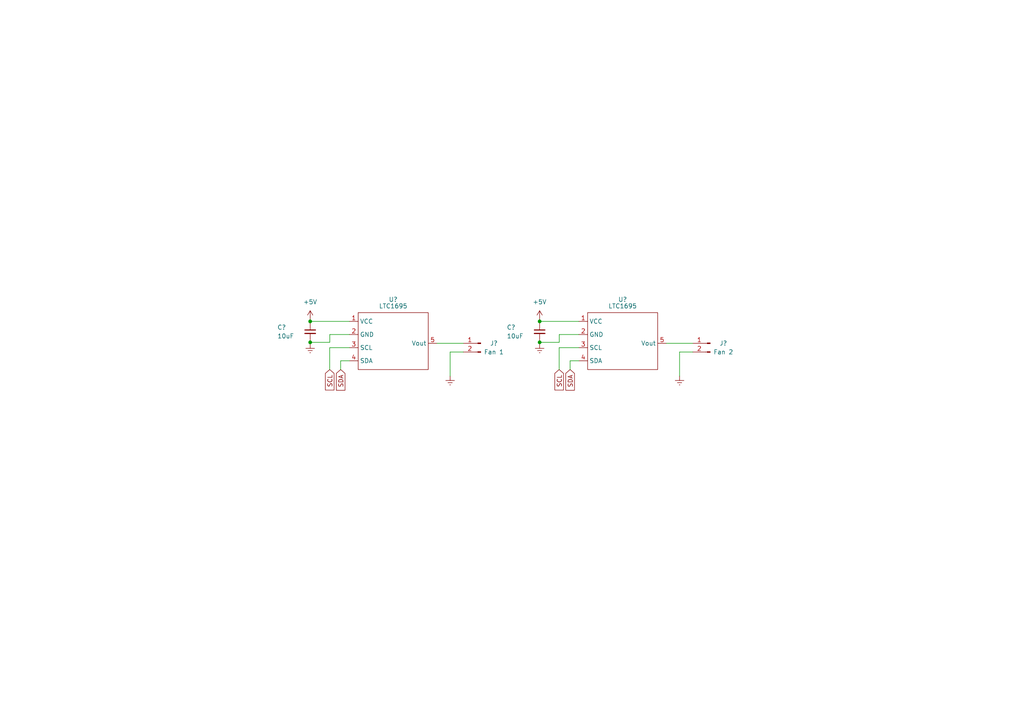
<source format=kicad_sch>
(kicad_sch (version 20211123) (generator eeschema)
  (paper "A4")
  (lib_symbols
    (symbol "Connector:Conn_01x02_Male" (pin_names (offset 1.016) hide)
      (property "Reference" "J" (at 0 2.54 0))
      (property "Value" "Conn_01x02_Male" (at 0 -5.08 0))
      (symbol "Conn_01x02_Male_1_1"
        (polyline (pts (xy 1.27 -2.54) (xy 0.8636 -2.54)) (stroke (width 0.1524)))
        (polyline (pts (xy 1.27 0) (xy 0.8636 0)) (stroke (width 0.1524)))
        (rectangle (start 0.8636 -2.413) (end 0 -2.667) (stroke (width 0.1524)) (fill (type outline)))
        (rectangle (start 0.8636 0.127) (end 0 -0.127) (stroke (width 0.1524)) (fill (type outline)))
        (pin passive line (at 5.08 0 180) (length 3.81) (name "Pin_1") (number "1"))
        (pin passive line (at 5.08 -2.54 180) (length 3.81) (name "Pin_2") (number "2"))
      )
    )
    (symbol "Device:C_Small" (pin_numbers hide) (pin_names (offset 0.254) hide)
      (property "Reference" "C" (at 0.254 1.778 0))
      (property "Value" "C_Small" (at 0.254 -2.032 0))
      (symbol "C_Small_0_1"
        (polyline (pts (xy -1.524 -0.508) (xy 1.524 -0.508)) (stroke (width 0.3302)))
        (polyline (pts (xy -1.524 0.508) (xy 1.524 0.508)) (stroke (width 0.3048)))
      )
      (symbol "C_Small_1_1"
        (pin passive line (at 0 2.54 270) (length 2.032) (name "~") (number "1"))
        (pin passive line (at 0 -2.54 90) (length 2.032) (name "~") (number "2"))
      )
    )
    (symbol "SFRLibraries:LTC1695"
      (property "Reference" "U?" (at 0 6.35 0))
      (property "Value" "LTC1695" (at 0 4.445 0))
      (symbol "LTC1695_0_1"
        (rectangle (start -10.16 2.54) (end 10.16 -13.97))
      )
      (symbol "LTC1695_1_1"
        (pin power_in line (at -12.7 0 0) (length 2.54) (name "VCC") (number "1"))
        (pin power_in line (at -12.7 -3.81 0) (length 2.54) (name "GND") (number "2"))
        (pin input line (at -12.7 -7.62 0) (length 2.54) (name "SCL") (number "3"))
        (pin input line (at -12.7 -11.43 0) (length 2.54) (name "SDA") (number "4"))
        (pin power_out line (at 12.7 -6.35 180) (length 2.54) (name "Vout") (number "5"))
      )
    )
    (symbol "power:+5V" (power) (pin_names (offset 0))
      (property "Value" "+5V" (at 0 3.556 0))
      (symbol "+5V_0_1"
        (polyline (pts (xy -0.762 1.27) (xy 0 2.54)))
        (polyline (pts (xy 0 0) (xy 0 2.54)))
        (polyline (pts (xy 0 2.54) (xy 0.762 1.27)))
      )
      (symbol "+5V_1_1"
        (pin power_in line (at 0 0 90) (length 0) hide (name "+5V") (number "1"))
      )
    )
    (symbol "power:Earth" (power) (pin_names (offset 0))
      (symbol "Earth_0_1"
        (polyline (pts (xy -0.635 -1.905) (xy 0.635 -1.905)))
        (polyline (pts (xy -0.127 -2.54) (xy 0.127 -2.54)))
        (polyline (pts (xy 0 -1.27) (xy 0 0)))
        (polyline (pts (xy 1.27 -1.27) (xy -1.27 -1.27)))
      )
      (symbol "Earth_1_1"
        (pin power_in line (at 0 0 270) (length 0) hide (name "Earth") (number "1"))
      )
    )
  )
  (junction (at 89.9668 99.2886))
  (junction (at 156.5148 99.2886))
  (junction (at 156.5148 93.218))
  (junction (at 89.9668 93.218))
  (wire (pts (xy 167.894 104.648) (xy 165.354 104.648)))
  (wire (pts (xy 89.9668 92.6592) (xy 89.9668 93.218)))
  (wire (pts (xy 156.5148 93.218) (xy 156.5148 93.6752)))
  (wire (pts (xy 156.5148 98.7552) (xy 156.5148 99.2886)))
  (wire (pts (xy 95.631 100.838) (xy 95.631 107.188)))
  (wire (pts (xy 130.556 102.108) (xy 130.556 109.093)))
  (wire (pts (xy 197.104 102.108) (xy 197.104 109.093)))
  (wire (pts (xy 200.914 102.108) (xy 197.104 102.108)))
  (wire (pts (xy 134.366 102.108) (xy 130.556 102.108)))
  (wire (pts (xy 101.346 97.028) (xy 95.6564 97.028)))
  (wire (pts (xy 95.6564 99.2886) (xy 89.9668 99.2886)))
  (wire (pts (xy 98.806 104.648) (xy 98.806 107.188)))
  (wire (pts (xy 95.6564 97.028) (xy 95.6564 99.2886)))
  (wire (pts (xy 193.294 99.568) (xy 200.914 99.568)))
  (wire (pts (xy 126.746 99.568) (xy 134.366 99.568)))
  (wire (pts (xy 89.9668 93.218) (xy 101.346 93.218)))
  (wire (pts (xy 167.894 97.028) (xy 162.2044 97.028)))
  (wire (pts (xy 156.5148 93.218) (xy 167.894 93.218)))
  (wire (pts (xy 101.346 104.648) (xy 98.806 104.648)))
  (wire (pts (xy 89.9668 93.218) (xy 89.9668 93.6752)))
  (wire (pts (xy 162.2044 97.028) (xy 162.2044 99.2886)))
  (wire (pts (xy 89.9668 98.7552) (xy 89.9668 99.2886)))
  (wire (pts (xy 101.346 100.838) (xy 95.631 100.838)))
  (wire (pts (xy 165.354 104.648) (xy 165.354 107.188)))
  (wire (pts (xy 162.179 100.838) (xy 162.179 107.188)))
  (wire (pts (xy 156.5148 99.2886) (xy 156.5148 99.7712)))
  (wire (pts (xy 167.894 100.838) (xy 162.179 100.838)))
  (wire (pts (xy 162.2044 99.2886) (xy 156.5148 99.2886)))
  (wire (pts (xy 89.9668 99.2886) (xy 89.9668 99.7712)))
  (wire (pts (xy 156.5148 92.6592) (xy 156.5148 93.218)))
  (global_label "SCL" (shape input) (at 95.631 107.188 270) (property "Intersheet References" "${INTERSHEET_REFS}" (effects hide)))
  (global_label "SDA" (shape input) (at 165.354 107.188 270) (property "Intersheet References" "${INTERSHEET_REFS}" (effects hide)))
  (global_label "SDA" (shape input) (at 98.806 107.188 270) (property "Intersheet References" "${INTERSHEET_REFS}" (effects hide)))
  (global_label "SCL" (shape input) (at 162.179 107.188 270) (property "Intersheet References" "${INTERSHEET_REFS}" (effects hide)))
  (symbol (lib_id "SFRLibraries:LTC1695") (at 180.594 93.218 0) (unit 1)
    (property "Reference" "U?" (at 180.594 86.868 0))
    (property "Value" "LTC1695" (at 180.594 88.773 0))
  )
  (symbol (lib_id "power:Earth") (at 197.104 109.093 0) (unit 1)
    (property "Reference" "#PWR?" (effects hide))
    (property "Value" "Earth" (effects hide))
  )
  (symbol (lib_id "Device:C_Small") (at 89.9668 96.2152 0) (unit 1)
    (property "Reference" "C?" (at 80.4164 94.9452 0) (effects (justify left)))
    (property "Value" "10uF" (at 80.4164 97.4852 0) (effects (justify left)))
  )
  (symbol (lib_id "power:Earth") (at 156.5148 99.7712 0) (unit 1)
    (property "Reference" "#PWR?" (effects hide))
    (property "Value" "Earth" (effects hide))
  )
  (symbol (lib_id "Connector:Conn_01x02_Male") (at 139.446 99.568 0) (mirror y) (unit 1)
    (property "Reference" "J?" (at 143.256 99.568 0))
    (property "Value" "Fan 1" (at 143.256 102.108 0))
  )
  (symbol (lib_id "power:+5V") (at 156.5148 92.6592 0) (unit 1)
    (property "Reference" "#PWR?" (effects hide))
    (property "Value" "+5V" (at 156.5148 87.5792 0))
  )
  (symbol (lib_id "Device:C_Small") (at 156.5148 96.2152 0) (unit 1)
    (property "Reference" "C?" (at 146.9644 94.9452 0) (effects (justify left)))
    (property "Value" "10uF" (at 146.9644 97.4852 0) (effects (justify left)))
  )
  (symbol (lib_id "power:Earth") (at 89.9668 99.7712 0) (unit 1)
    (property "Reference" "#PWR?" (effects hide))
    (property "Value" "Earth" (effects hide))
  )
  (symbol (lib_id "power:+5V") (at 89.9668 92.6592 0) (unit 1)
    (property "Reference" "#PWR?" (effects hide))
    (property "Value" "+5V" (at 89.9668 87.5792 0))
  )
  (symbol (lib_id "power:Earth") (at 130.556 109.093 0) (unit 1)
    (property "Reference" "#PWR?" (effects hide))
    (property "Value" "Earth" (effects hide))
  )
  (symbol (lib_id "SFRLibraries:LTC1695") (at 114.046 93.218 0) (unit 1)
    (property "Reference" "U?" (at 114.046 86.868 0))
    (property "Value" "LTC1695" (at 114.046 88.773 0))
  )
  (symbol (lib_id "Connector:Conn_01x02_Male") (at 205.994 99.568 0) (mirror y) (unit 1)
    (property "Reference" "J?" (at 209.804 99.568 0))
    (property "Value" "Fan 2" (at 209.804 102.108 0))
  )
)
</source>
